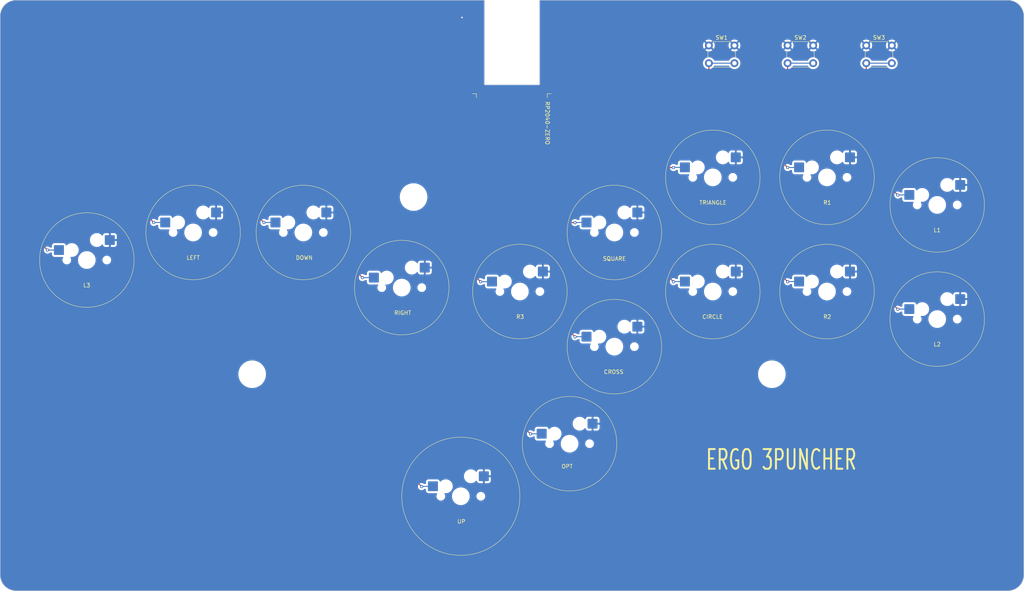
<source format=kicad_pcb>
(kicad_pcb (version 20221018) (generator pcbnew)
  (layers (0 "F.Cu" signal) (31 "B.Cu" signal) (34 "B.Paste" user) (35 "F.Paste" user) (36 "B.SilkS" user "B.Silkscreen") (37 "F.SilkS" user "F.Silkscreen") (38 "B.Mask" user) (39 "F.Mask" user) (44 "Edge.Cuts" user))
  (net 0 "")
  (net 1 "OPT1")
  (net 2 "GND")
  (net 3 "OPT2")
  (net 4 "OPT3")
  (net 5 "SQUARE")
  (net 6 "TRIANGLE")
  (net 7 "R1")
  (net 8 "L1")
  (net 9 "OPT5")
  (net 10 "CROSS")
  (net 11 "CIRCLE")
  (net 12 "R2")
  (net 13 "L2")
  (net 14 "OPT6")
  (net 15 "LEFT")
  (net 16 "DOWN")
  (net 17 "RIGHT")
  (net 18 "UP")
  (net 19 "OPT4")
  (footprint "MX_Hotswap:MX-Hotswap-1U-24mm" (layer "F.Cu") (at 184.5 134.75)
    (fp_text reference "MX16")
    (fp_text value "MX-NoLED")
    (fp_circle (center 0 0) (end 12 0) (stroke (width 0.1)) (fill none) (layer "F.SilkS"))
    (pad "" np_thru_hole circle (at -5.08 0 48.099) (size 1.7018 1.7018) (drill 1.7018) (layers "F&B.Cu" "*.Mask"))
    (pad "" np_thru_hole circle (at -3.81 -2.54) (size 3 3) (drill 3) (layers "F&B.Cu" "*.Mask"))
    (pad "" np_thru_hole circle (at 0 0) (size 3.9878 3.9878) (drill 3.9878) (layers "F&B.Cu" "*.Mask"))
    (pad "" np_thru_hole circle (at 2.54 -5.08) (size 3 3) (drill 3) (layers "F&B.Cu" "*.Mask"))
    (pad "" np_thru_hole circle (at 5.08 0 48.099) (size 1.7018 1.7018) (drill 1.7018) (layers "F&B.Cu" "*.Mask"))
    (pad "1" smd roundrect (at -7.085 -2.54) (size 2.55 2.5) (layers "B.Cu" "B.Paste" "B.Mask") (roundrect_rratio 0.08) (net 17 "RIGHT"))
    (pad "2" smd roundrect (at 5.842 -5.08) (size 2.55 2.5) (layers "B.Cu" "B.Paste" "B.Mask") (roundrect_rratio 0.08) (net 2 "GND"))
  )
  (footprint "MX_Hotswap:MX-Hotswap-1U-24mm" (layer "F.Cu") (at 292.5 135.75)
    (fp_text reference "MX11")
    (fp_text value "MX-NoLED")
    (fp_circle (center 0 0) (end 12 0) (stroke (width 0.1)) (fill none) (layer "F.SilkS"))
    (pad "" np_thru_hole circle (at -5.08 0 48.099) (size 1.7018 1.7018) (drill 1.7018) (layers "F&B.Cu" "*.Mask"))
    (pad "" np_thru_hole circle (at -3.81 -2.54) (size 3 3) (drill 3) (layers "F&B.Cu" "*.Mask"))
    (pad "" np_thru_hole circle (at 0 0) (size 3.9878 3.9878) (drill 3.9878) (layers "F&B.Cu" "*.Mask"))
    (pad "" np_thru_hole circle (at 2.54 -5.08) (size 3 3) (drill 3) (layers "F&B.Cu" "*.Mask"))
    (pad "" np_thru_hole circle (at 5.08 0 48.099) (size 1.7018 1.7018) (drill 1.7018) (layers "F&B.Cu" "*.Mask"))
    (pad "1" smd roundrect (at -7.085 -2.54) (size 2.55 2.5) (layers "B.Cu" "B.Paste" "B.Mask") (roundrect_rratio 0.08) (net 12 "R2"))
    (pad "2" smd roundrect (at 5.842 -5.08) (size 2.55 2.5) (layers "B.Cu" "B.Paste" "B.Mask") (roundrect_rratio 0.08) (net 2 "GND"))
  )
  (footprint "MX_Hotswap:MX-Hotswap-1U-30mm" (layer "F.Cu") (at 199.5 187.75)
    (fp_text reference "MX17")
    (fp_text value "MX-NoLED")
    (fp_circle (center 0 0) (end 15 0) (stroke (width 0.1)) (fill none) (layer "F.SilkS"))
    (pad "" np_thru_hole circle (at -5.08 0 48.099) (size 1.7018 1.7018) (drill 1.7018) (layers "F&B.Cu" "*.Mask"))
    (pad "" np_thru_hole circle (at -3.81 -2.54) (size 3 3) (drill 3) (layers "F&B.Cu" "*.Mask"))
    (pad "" np_thru_hole circle (at 0 0) (size 3.9878 3.9878) (drill 3.9878) (layers "F&B.Cu" "*.Mask"))
    (pad "" np_thru_hole circle (at 2.54 -5.08) (size 3 3) (drill 3) (layers "F&B.Cu" "*.Mask"))
    (pad "" np_thru_hole circle (at 5.08 0 48.099) (size 1.7018 1.7018) (drill 1.7018) (layers "F&B.Cu" "*.Mask"))
    (pad "1" smd roundrect (at -7.085 -2.54) (size 2.55 2.5) (layers "B.Cu" "B.Paste" "B.Mask") (roundrect_rratio 0.08) (net 18 "UP"))
    (pad "2" smd roundrect (at 5.842 -5.08) (size 2.55 2.5) (layers "B.Cu" "B.Paste" "B.Mask") (roundrect_rratio 0.08) (net 2 "GND"))
  )
  (footprint "MX_Hotswap:MX-Hotswap-1U-24mm" (layer "F.Cu") (at 159.5 120.75)
    (fp_text reference "MX15")
    (fp_text value "MX-NoLED")
    (fp_circle (center 0 0) (end 12 0) (stroke (width 0.1)) (fill none) (layer "F.SilkS"))
    (pad "" np_thru_hole circle (at -5.08 0 48.099) (size 1.7018 1.7018) (drill 1.7018) (layers "F&B.Cu" "*.Mask"))
    (pad "" np_thru_hole circle (at -3.81 -2.54) (size 3 3) (drill 3) (layers "F&B.Cu" "*.Mask"))
    (pad "" np_thru_hole circle (at 0 0) (size 3.9878 3.9878) (drill 3.9878) (layers "F&B.Cu" "*.Mask"))
    (pad "" np_thru_hole circle (at 2.54 -5.08) (size 3 3) (drill 3) (layers "F&B.Cu" "*.Mask"))
    (pad "" np_thru_hole circle (at 5.08 0 48.099) (size 1.7018 1.7018) (drill 1.7018) (layers "F&B.Cu" "*.Mask"))
    (pad "1" smd roundrect (at -7.085 -2.54) (size 2.55 2.5) (layers "B.Cu" "B.Paste" "B.Mask") (roundrect_rratio 0.08) (net 16 "DOWN"))
    (pad "2" smd roundrect (at 5.842 -5.08) (size 2.55 2.5) (layers "B.Cu" "B.Paste" "B.Mask") (roundrect_rratio 0.08) (net 2 "GND"))
  )
  (footprint "MountingHole:MountingHole_6.5mm" (layer "F.Cu") (at 278.5 156.75)
    (fp_text reference "H3")
    (fp_text value "MountingHole")
    (pad "" np_thru_hole circle (at 0 0) (size 6.5 6.5) (drill 6.5) (layers "*.Cu" "*.Mask"))
  )
  (footprint "MX_Hotswap:MX-Hotswap-1U-24mm" (layer "F.Cu") (at 320.5 113.75)
    (fp_text reference "MX7")
    (fp_text value "MX-NoLED")
    (fp_circle (center 0 0) (end 12 0) (stroke (width 0.1)) (fill none) (layer "F.SilkS"))
    (pad "" np_thru_hole circle (at -5.08 0 48.099) (size 1.7018 1.7018) (drill 1.7018) (layers "F&B.Cu" "*.Mask"))
    (pad "" np_thru_hole circle (at -3.81 -2.54) (size 3 3) (drill 3) (layers "F&B.Cu" "*.Mask"))
    (pad "" np_thru_hole circle (at 0 0) (size 3.9878 3.9878) (drill 3.9878) (layers "F&B.Cu" "*.Mask"))
    (pad "" np_thru_hole circle (at 2.54 -5.08) (size 3 3) (drill 3) (layers "F&B.Cu" "*.Mask"))
    (pad "" np_thru_hole circle (at 5.08 0 48.099) (size 1.7018 1.7018) (drill 1.7018) (layers "F&B.Cu" "*.Mask"))
    (pad "1" smd roundrect (at -7.085 -2.54) (size 2.55 2.5) (layers "B.Cu" "B.Paste" "B.Mask") (roundrect_rratio 0.08) (net 8 "L1"))
    (pad "2" smd roundrect (at 5.842 -5.08) (size 2.55 2.5) (layers "B.Cu" "B.Paste" "B.Mask") (roundrect_rratio 0.08) (net 2 "GND"))
  )
  (footprint "MX_Hotswap:MX-Hotswap-1U-24mm" (layer "F.Cu") (at 238.5 149.75)
    (fp_text reference "MX9")
    (fp_text value "MX-NoLED")
    (fp_circle (center 0 0) (end 12 0) (stroke (width 0.1)) (fill none) (layer "F.SilkS"))
    (pad "" np_thru_hole circle (at -5.08 0 48.099) (size 1.7018 1.7018) (drill 1.7018) (layers "F&B.Cu" "*.Mask"))
    (pad "" np_thru_hole circle (at -3.81 -2.54) (size 3 3) (drill 3) (layers "F&B.Cu" "*.Mask"))
    (pad "" np_thru_hole circle (at 0 0) (size 3.9878 3.9878) (drill 3.9878) (layers "F&B.Cu" "*.Mask"))
    (pad "" np_thru_hole circle (at 2.54 -5.08) (size 3 3) (drill 3) (layers "F&B.Cu" "*.Mask"))
    (pad "" np_thru_hole circle (at 5.08 0 48.099) (size 1.7018 1.7018) (drill 1.7018) (layers "F&B.Cu" "*.Mask"))
    (pad "1" smd roundrect (at -7.085 -2.54) (size 2.55 2.5) (layers "B.Cu" "B.Paste" "B.Mask") (roundrect_rratio 0.08) (net 10 "CROSS"))
    (pad "2" smd roundrect (at 5.842 -5.08) (size 2.55 2.5) (layers "B.Cu" "B.Paste" "B.Mask") (roundrect_rratio 0.08) (net 2 "GND"))
  )
  (footprint "MX_Hotswap:MX-Hotswap-1U-24mm" (layer "F.Cu") (at 263.5 106.75)
    (fp_text reference "MX5")
    (fp_text value "MX-NoLED")
    (fp_circle (center 0 0) (end 12 0) (stroke (width 0.1)) (fill none) (layer "F.SilkS"))
    (pad "" np_thru_hole circle (at -5.08 0 48.099) (size 1.7018 1.7018) (drill 1.7018) (layers "F&B.Cu" "*.Mask"))
    (pad "" np_thru_hole circle (at -3.81 -2.54) (size 3 3) (drill 3) (layers "F&B.Cu" "*.Mask"))
    (pad "" np_thru_hole circle (at 0 0) (size 3.9878 3.9878) (drill 3.9878) (layers "F&B.Cu" "*.Mask"))
    (pad "" np_thru_hole circle (at 2.54 -5.08) (size 3 3) (drill 3) (layers "F&B.Cu" "*.Mask"))
    (pad "" np_thru_hole circle (at 5.08 0 48.099) (size 1.7018 1.7018) (drill 1.7018) (layers "F&B.Cu" "*.Mask"))
    (pad "1" smd roundrect (at -7.085 -2.54) (size 2.55 2.5) (layers "B.Cu" "B.Paste" "B.Mask") (roundrect_rratio 0.08) (net 6 "TRIANGLE"))
    (pad "2" smd roundrect (at 5.842 -5.08) (size 2.55 2.5) (layers "B.Cu" "B.Paste" "B.Mask") (roundrect_rratio 0.08) (net 2 "GND"))
  )
  (footprint "MountingHole:MountingHole_6.5mm" (layer "F.Cu") (at 187.5 111.75)
    (fp_text reference "H1")
    (fp_text value "MountingHole")
    (pad "" np_thru_hole circle (at 0 0) (size 6.5 6.5) (drill 6.5) (layers "*.Cu" "*.Mask"))
  )
  (footprint "MX_Hotswap:MX-Hotswap-1U-24mm" (layer "F.Cu") (at 104.5 127.75)
    (fp_text reference "MX13")
    (fp_text value "MX-NoLED")
    (fp_circle (center 0 0) (end 12 0) (stroke (width 0.1)) (fill none) (layer "F.SilkS"))
    (pad "" np_thru_hole circle (at -5.08 0 48.099) (size 1.7018 1.7018) (drill 1.7018) (layers "F&B.Cu" "*.Mask"))
    (pad "" np_thru_hole circle (at -3.81 -2.54) (size 3 3) (drill 3) (layers "F&B.Cu" "*.Mask"))
    (pad "" np_thru_hole circle (at 0 0) (size 3.9878 3.9878) (drill 3.9878) (layers "F&B.Cu" "*.Mask"))
    (pad "" np_thru_hole circle (at 2.54 -5.08) (size 3 3) (drill 3) (layers "F&B.Cu" "*.Mask"))
    (pad "" np_thru_hole circle (at 5.08 0 48.099) (size 1.7018 1.7018) (drill 1.7018) (layers "F&B.Cu" "*.Mask"))
    (pad "1" smd roundrect (at -7.085 -2.54) (size 2.55 2.5) (layers "B.Cu" "B.Paste" "B.Mask") (roundrect_rratio 0.08) (net 14 "OPT6"))
    (pad "2" smd roundrect (at 5.842 -5.08) (size 2.55 2.5) (layers "B.Cu" "B.Paste" "B.Mask") (roundrect_rratio 0.08) (net 2 "GND"))
  )
  (footprint "Button_Switch_THT:SW_PUSH_6mm_H13mm" (layer "F.Cu") (at 302.475 73.25)
    (fp_text reference "SW3" (at 3.25 -2) (layer "F.SilkS"))
    (fp_text value "SW_SPST")
    (fp_line (start -0.25 1.5) (end -0.25 3) (stroke (width 0.12)) (layer "F.SilkS"))
    (fp_line (start 1 5.5) (end 5.5 5.5) (stroke (width 0.12)) (layer "F.SilkS"))
    (fp_line (start 5.5 -1) (end 1 -1) (stroke (width 0.12)) (layer "F.SilkS"))
    (fp_line (start 6.75 3) (end 6.75 1.5) (stroke (width 0.12)) (layer "F.SilkS"))
    (pad "1" thru_hole circle (at 0 0 90) (size 2 2) (drill 1.1) (layers "*.Cu" "*.Mask") (net 2 "GND"))
    (pad "1" thru_hole circle (at 6.5 0 90) (size 2 2) (drill 1.1) (layers "*.Cu" "*.Mask") (net 2 "GND"))
    (pad "2" thru_hole circle (at 0 4.5 90) (size 2 2) (drill 1.1) (layers "*.Cu" "*.Mask") (net 4 "OPT3"))
    (pad "2" thru_hole circle (at 6.5 4.5 90) (size 2 2) (drill 1.1) (layers "*.Cu" "*.Mask") (net 4 "OPT3"))
  )
  (footprint "Button_Switch_THT:SW_PUSH_6mm_H13mm" (layer "F.Cu") (at 262.5 73.25)
    (fp_text reference "SW1" (at 3.25 -2) (layer "F.SilkS"))
    (fp_text value "SW_SPST")
    (fp_line (start -0.25 1.5) (end -0.25 3) (stroke (width 0.12)) (layer "F.SilkS"))
    (fp_line (start 1 5.5) (end 5.5 5.5) (stroke (width 0.12)) (layer "F.SilkS"))
    (fp_line (start 5.5 -1) (end 1 -1) (stroke (width 0.12)) (layer "F.SilkS"))
    (fp_line (start 6.75 3) (end 6.75 1.5) (stroke (width 0.12)) (layer "F.SilkS"))
    (pad "1" thru_hole circle (at 0 0 90) (size 2 2) (drill 1.1) (layers "*.Cu" "*.Mask") (net 2 "GND"))
    (pad "1" thru_hole circle (at 6.5 0 90) (size 2 2) (drill 1.1) (layers "*.Cu" "*.Mask") (net 2 "GND"))
    (pad "2" thru_hole circle (at 0 4.5 90) (size 2 2) (drill 1.1) (layers "*.Cu" "*.Mask") (net 1 "OPT1"))
    (pad "2" thru_hole circle (at 6.5 4.5 90) (size 2 2) (drill 1.1) (layers "*.Cu" "*.Mask") (net 1 "OPT1"))
  )
  (footprint "Button_Switch_THT:SW_PUSH_6mm_H13mm" (layer "F.Cu") (at 282.5 73.25)
    (fp_text reference "SW2" (at 3.25 -2) (layer "F.SilkS"))
    (fp_text value "SW_SPST")
    (fp_line (start -0.25 1.5) (end -0.25 3) (stroke (width 0.12)) (layer "F.SilkS"))
    (fp_line (start 1 5.5) (end 5.5 5.5) (stroke (width 0.12)) (layer "F.SilkS"))
    (fp_line (start 5.5 -1) (end 1 -1) (stroke (width 0.12)) (layer "F.SilkS"))
    (fp_line (start 6.75 3) (end 6.75 1.5) (stroke (width 0.12)) (layer "F.SilkS"))
    (pad "1" thru_hole circle (at 0 0 90) (size 2 2) (drill 1.1) (layers "*.Cu" "*.Mask") (net 2 "GND"))
    (pad "1" thru_hole circle (at 6.5 0 90) (size 2 2) (drill 1.1) (layers "*.Cu" "*.Mask") (net 2 "GND"))
    (pad "2" thru_hole circle (at 0 4.5 90) (size 2 2) (drill 1.1) (layers "*.Cu" "*.Mask") (net 3 "OPT2"))
    (pad "2" thru_hole circle (at 6.5 4.5 90) (size 2 2) (drill 1.1) (layers "*.Cu" "*.Mask") (net 3 "OPT2"))
  )
  (footprint "MX_Hotswap:MX-Hotswap-1U-24mm" (layer "F.Cu") (at 238.5 120.75)
    (fp_text reference "MX4")
    (fp_text value "MX-NoLED")
    (fp_circle (center 0 0) (end 12 0) (stroke (width 0.1)) (fill none) (layer "F.SilkS"))
    (pad "" np_thru_hole circle (at -5.08 0 48.099) (size 1.7018 1.7018) (drill 1.7018) (layers "F&B.Cu" "*.Mask"))
    (pad "" np_thru_hole circle (at -3.81 -2.54) (size 3 3) (drill 3) (layers "F&B.Cu" "*.Mask"))
    (pad "" np_thru_hole circle (at 0 0) (size 3.9878 3.9878) (drill 3.9878) (layers "F&B.Cu" "*.Mask"))
    (pad "" np_thru_hole circle (at 2.54 -5.08) (size 3 3) (drill 3) (layers "F&B.Cu" "*.Mask"))
    (pad "" np_thru_hole circle (at 5.08 0 48.099) (size 1.7018 1.7018) (drill 1.7018) (layers "F&B.Cu" "*.Mask"))
    (pad "1" smd roundrect (at -7.085 -2.54) (size 2.55 2.5) (layers "B.Cu" "B.Paste" "B.Mask") (roundrect_rratio 0.08) (net 5 "SQUARE"))
    (pad "2" smd roundrect (at 5.842 -5.08) (size 2.55 2.5) (layers "B.Cu" "B.Paste" "B.Mask") (roundrect_rratio 0.08) (net 2 "GND"))
  )
  (footprint "RP2040-Zero:RP2040-Zero" (layer "F.Cu") (at 212.4186 71.2454)
    (fp_text reference "U1" hide)
    (fp_text value "RP2040-ZERO" (at 9.0694 21.7186 -90 unlocked) (layer "F.SilkS"))
    (fp_line (start -8.9586 14.2646) (end -9.9586 14.2646) (stroke (width 0.12)) (layer "F.SilkS"))
    (fp_line (start -8.9586 14.2646) (end -8.9586 15.2646) (stroke (width 0.12)) (layer "F.SilkS"))
    (fp_line (start 9.0414 14.2646) (end 9.0414 15.2646) (stroke (width 0.12)) (layer "F.SilkS"))
    (fp_line (start 9.0414 14.2646) (end 10.0414 14.2646) (stroke (width 0.12)) (layer "F.SilkS"))
    (pad "1" smd roundrect (at 9.2014 -7.6454 180) (size 3 1.524) (layers "F.Cu" "F.Paste" "F.Mask"))
    (pad "2" smd roundrect (at 9.2014 -5.1054 180) (size 3 1.524) (layers "F.Cu" "F.Paste" "F.Mask"))
    (pad "3" smd roundrect (at 9.2014 -2.5654 180) (size 3 1.524) (layers "F.Cu" "F.Paste" "F.Mask") (net 1 "OPT1"))
    (pad "4" smd roundrect (at 9.2014 -0.0254 180) (size 3 1.524) (layers "F.Cu" "F.Paste" "F.Mask") (net 3 "OPT2"))
    (pad "5" smd roundrect (at 9.2014 2.5146 180) (size 3 1.524) (layers "F.Cu" "F.Paste" "F.Mask") (net 4 "OPT3"))
    (pad "6" smd roundrect (at 9.2014 5.0546 180) (size 3 1.524) (layers "F.Cu" "F.Paste" "F.Mask") (net 8 "L1"))
    (pad "7" smd roundrect (at 9.2014 7.5946 180) (size 3 1.524) (layers "F.Cu" "F.Paste" "F.Mask") (net 13 "L2"))
    (pad "8" smd roundrect (at 9.2014 10.1346 180) (size 3 1.524) (layers "F.Cu" "F.Paste" "F.Mask") (net 7 "R1"))
    (pad "9" smd roundrect (at 9.2014 12.6746 180) (size 3 1.524) (layers "F.Cu" "F.Paste" "F.Mask") (net 12 "R2"))
    (pad "10" smd roundrect (at 5.1214 14.2146 270) (size 3 1.524) (layers "F.Cu" "F.Paste" "F.Mask") (net 6 "TRIANGLE"))
    (pad "11" smd roundrect (at 2.5814 14.2146 270) (size 3 1.524) (layers "F.Cu" "F.Paste" "F.Mask") (net 11 "CIRCLE"))
    (pad "12" smd roundrect (at 0.0414 14.2146 270) (size 3 1.524) (layers "F.Cu" "F.Paste" "F.Mask") (net 5 "SQUARE"))
    (pad "13" smd roundrect (at -2.4986 14.2146 270) (size 3 1.524) (layers "F.Cu" "F.Paste" "F.Mask") (net 10 "CROSS"))
    (pad "14" smd roundrect (at -5.0386 14.2146 90) (size 3 1.524) (layers "F.Cu" "F.Paste" "F.Mask") (net 19 "OPT4"))
    (pad "15" smd roundrect (at -9.1186 12.6746 180) (size 3 1.524) (layers "F.Cu" "F.Paste" "F.Mask") (net 9 "OPT5"))
    (pad "16" smd roundrect (at -9.1186 10.1346 180) (size 3 1.524) (layers "F.Cu" "F.Paste" "F.Mask") (net 18 "UP"))
    (pad "17" smd roundrect (at -9.1186 7.5946 180) (size 3 1.524) (layers "F.Cu" "F.Paste" "F.Mask") (net 17 "RIGHT"))
    (pad "18" smd roundrect (at -9.1186 5.0546 180) (size 3 1.524) (layers "F.Cu" "F.Paste" "F.Mask") (net 16 "DOWN"))
    (pad "19" smd roundrect (at -9.1186 2.5146 180) (size 3 1.524) (layers "F.Cu" "F.Paste" "F.Mask") (net 15 "LEFT"))
    (pad "20" smd roundrect (at -9.1186 -0.0254 180) (size 3 1.524) (layers "F.Cu" "F.Paste" "F.Mask") (net 14 "OPT6"))
    (pad "21" smd roundrect (at -9.1186 -2.5654 180) (size 3 1.524) (layers "F.Cu" "F.Paste" "F.Mask"))
    (pad "22" smd roundrect (at -9.1186 -5.1054 180) (size 3 1.524) (layers "F.Cu" "F.Paste" "F.Mask") (net 2 "GND"))
    (pad "23" smd roundrect (at -9.1186 -7.6454 180) (size 3 1.524) (layers "F.Cu" "F.Paste" "F.Mask"))
  )
  (footprint "MX_Hotswap:MX-Hotswap-1U-24mm" (layer "F.Cu") (at 263.5 135.75)
    (fp_text reference "MX10")
    (fp_text value "MX-NoLED")
    (fp_circle (center 0 0) (end 12 0) (stroke (width 0.1)) (fill none) (layer "F.SilkS"))
    (pad "" np_thru_hole circle (at -5.08 0 48.099) (size 1.7018 1.7018) (drill 1.7018) (layers "F&B.Cu" "*.Mask"))
    (pad "" np_thru_hole circle (at -3.81 -2.54) (size 3 3) (drill 3) (layers "F&B.Cu" "*.Mask"))
    (pad "" np_thru_hole circle (at 0 0) (size 3.9878 3.9878) (drill 3.9878) (layers "F&B.Cu" "*.Mask"))
    (pad "" np_thru_hole circle (at 2.54 -5.08) (size 3 3) (drill 3) (layers "F&B.Cu" "*.Mask"))
    (pad "" np_thru_hole circle (at 5.08 0 48.099) (size 1.7018 1.7018) (drill 1.7018) (layers "F&B.Cu" "*.Mask"))
    (pad "1" smd roundrect (at -7.085 -2.54) (size 2.55 2.5) (layers "B.Cu" "B.Paste" "B.Mask") (roundrect_rratio 0.08) (net 11 "CIRCLE"))
    (pad "2" smd roundrect (at 5.842 -5.08) (size 2.55 2.5) (layers "B.Cu" "B.Paste" "B.Mask") (roundrect_rratio 0.08) (net 2 "GND"))
  )
  (footprint "MX_Hotswap:MX-Hotswap-1U-24mm" (layer "F.Cu") (at 227.12 174.4)
    (fp_text reference "MX8")
    (fp_text value "MX-NoLED")
    (fp_circle (center 0 0) (end 12 0) (stroke (width 0.1)) (fill none) (layer "F.SilkS"))
    (pad "" np_thru_hole circle (at -5.08 0 48.099) (size 1.7018 1.7018) (drill 1.7018) (layers "F&B.Cu" "*.Mask"))
    (pad "" np_thru_hole circle (at -3.81 -2.54) (size 3 3) (drill 3) (layers "F&B.Cu" "*.Mask"))
    (pad "" np_thru_hole circle (at 0 0) (size 3.9878 3.9878) (drill 3.9878) (layers "F&B.Cu" "*.Mask"))
    (pad "" np_thru_hole circle (at 2.54 -5.08) (size 3 3) (drill 3) (layers "F&B.Cu" "*.Mask"))
    (pad "" np_thru_hole circle (at 5.08 0 48.099) (size 1.7018 1.7018) (drill 1.7018) (layers "F&B.Cu" "*.Mask"))
    (pad "1" smd roundrect (at -7.085 -2.54) (size 2.55 2.5) (layers "B.Cu" "B.Paste" "B.Mask") (roundrect_rratio 0.08) (net 9 "OPT5"))
    (pad "2" smd roundrect (at 5.842 -5.08) (size 2.55 2.5) (layers "B.Cu" "B.Paste" "B.Mask") (roundrect_rratio 0.08) (net 2 "GND"))
  )
  (footprint "MX_Hotswap:MX-Hotswap-1U-24mm" (layer "F.Cu") (at 214.5 135.75)
    (fp_text reference "MX18")
    (fp_text value "MX-NoLED")
    (fp_circle (center 0 0) (end 12 0) (stroke (width 0.1)) (fill none) (layer "F.SilkS"))
    (pad "" np_thru_hole circle (at -5.08 0 48.099) (size 1.7018 1.7018) (drill 1.7018) (layers "F&B.Cu" "*.Mask"))
    (pad "" np_thru_hole circle (at -3.81 -2.54) (size 3 3) (drill 3) (layers "F&B.Cu" "*.Mask"))
    (pad "" np_thru_hole circle (at 0 0) (size 3.9878 3.9878) (drill 3.9878) (layers "F&B.Cu" "*.Mask"))
    (pad "" np_thru_hole circle (at 2.54 -5.08) (size 3 3) (drill 3) (layers "F&B.Cu" "*.Mask"))
    (pad "" np_thru_hole circle (at 5.08 0 48.099) (size 1.7018 1.7018) (drill 1.7018) (layers "F&B.Cu" "*.Mask"))
    (pad "1" smd roundrect (at -7.085 -2.54) (size 2.55 2.5) (layers "B.Cu" "B.Paste" "B.Mask") (roundrect_rratio 0.08) (net 19 "OPT4"))
    (pad "2" smd roundrect (at 5.842 -5.08) (size 2.55 2.5) (layers "B.Cu" "B.Paste" "B.Mask") (roundrect_rratio 0.08) (net 2 "GND"))
  )
  (footprint "MX_Hotswap:MX-Hotswap-1U-24mm" (layer "F.Cu") (at 292.5 106.75)
    (fp_text reference "MX6")
    (fp_text value "MX-NoLED")
    (fp_circle (center 0 0) (end 12 0) (stroke (width 0.1)) (fill none) (layer "F.SilkS"))
    (pad "" np_thru_hole circle (at -5.08 0 48.099) (size 1.7018 1.7018) (drill 1.7018) (layers "F&B.Cu" "*.Mask"))
    (pad "" np_thru_hole circle (at -3.81 -2.54) (size 3 3) (drill 3) (layers "F&B.Cu" "*.Mask"))
    (pad "" np_thru_hole circle (at 0 0) (size 3.9878 3.9878) (drill 3.9878) (layers "F&B.Cu" "*.Mask"))
    (pad "" np_thru_hole circle (at 2.54 -5.08) (size 3 3) (drill 3) (layers "F&B.Cu" "*.Mask"))
    (pad "" np_thru_hole circle (at 5.08 0 48.099) (size 1.7018 1.7018) (drill 1.7018) (layers "F&B.Cu" "*.Mask"))
    (pad "1" smd roundrect (at -7.085 -2.54) (size 2.55 2.5) (layers "B.Cu" "B.Paste" "B.Mask") (roundrect_rratio 0.08) (net 7 "R1"))
    (pad "2" smd roundrect (at 5.842 -5.08) (size 2.55 2.5) (layers "B.Cu" "B.Paste" "B.Mask") (roundrect_rratio 0.08) (net 2 "GND"))
  )
  (footprint "MX_Hotswap:MX-Hotswap-1U-24mm" (layer "F.Cu") (at 320.5 142.75)
    (fp_text reference "MX12")
    (fp_text value "MX-NoLED")
    (fp_circle (center 0 0) (end 12 0) (stroke (width 0.1)) (fill none) (layer "F.SilkS"))
    (pad "" np_thru_hole circle (at -5.08 0 48.099) (size 1.7018 1.7018) (drill 1.7018) (layers "F&B.Cu" "*.Mask"))
    (pad "" np_thru_hole circle (at -3.81 -2.54) (size 3 3) (drill 3) (layers "F&B.Cu" "*.Mask"))
    (pad "" np_thru_hole circle (at 0 0) (size 3.9878 3.9878) (drill 3.9878) (layers "F&B.Cu" "*.Mask"))
    (pad "" np_thru_hole circle (at 2.54 -5.08) (size 3 3) (drill 3) (layers "F&B.Cu" "*.Mask"))
    (pad "" np_thru_hole circle (at 5.08 0 48.099) (size 1.7018 1.7018) (drill 1.7018) (layers "F&B.Cu" "*.Mask"))
    (pad "1" smd roundrect (at -7.085 -2.54) (size 2.55 2.5) (layers "B.Cu" "B.Paste" "B.Mask") (roundrect_rratio 0.08) (net 13 "L2"))
    (pad "2" smd roundrect (at 5.842 -5.08) (size 2.55 2.5) (layers "B.Cu" "B.Paste" "B.Mask") (roundrect_rratio 0.08) (net 2 "GND"))
  )
  (footprint "MountingHole:MountingHole_6.5mm" (layer "F.Cu") (at 146.5 156.75)
    (fp_text reference "H2")
    (fp_text value "MountingHole")
    (pad "" np_thru_hole circle (at 0 0) (size 6.5 6.5) (drill 6.5) (layers "*.Cu" "*.Mask"))
  )
  (footprint "MX_Hotswap:MX-Hotswap-1U-24mm" (layer "F.Cu") (at 131.5 120.75)
    (fp_text reference "MX14")
    (fp_text value "MX-NoLED")
    (fp_circle (center 0 0) (end 12 0) (stroke (width 0.1)) (fill none) (layer "F.SilkS"))
    (pad "" np_thru_hole circle (at -5.08 0 48.099) (size 1.7018 1.7018) (drill 1.7018) (layers "F&B.Cu" "*.Mask"))
    (pad "" np_thru_hole circle (at -3.81 -2.54) (size 3 3) (drill 3) (layers "F&B.Cu" "*.Mask"))
    (pad "" np_thru_hole circle (at 0 0) (size 3.9878 3.9878) (drill 3.9878) (layers "F&B.Cu" "*.Mask"))
    (pad "" np_thru_hole circle (at 2.54 -5.08) (size 3 3) (drill 3) (layers "F&B.Cu" "*.Mask"))
    (pad "" np_thru_hole circle (at 5.08 0 48.099) (size 1.7018 1.7018) (drill 1.7018) (layers "F&B.Cu" "*.Mask"))
    (pad "1" smd roundrect (at -7.085 -2.54) (size 2.55 2.5) (layers "B.Cu" "B.Paste" "B.Mask") (roundrect_rratio 0.08) (net 15 "LEFT"))
    (pad "2" smd roundrect (at 5.842 -5.08) (size 2.55 2.5) (layers "B.Cu" "B.Paste" "B.Mask") (roundrect_rratio 0.08) (net 2 "GND"))
  )
  (gr_line (start 205.5 83.25) (end 219.5 83.25) (stroke (width 0.1)) (layer "Edge.Cuts"))
  (gr_arc (start 338.5 61.75) (mid 341.328427 62.921573) (end 342.5 65.75) (stroke (width 0.1)) (layer "Edge.Cuts"))
  (gr_line (start 205.5 61.75) (end 205.5 83.25) (stroke (width 0.1)) (layer "Edge.Cuts"))
  (gr_arc (start 82.5 65.75) (mid 83.671573 62.921573) (end 86.5 61.75) (stroke (width 0.1)) (layer "Edge.Cuts"))
  (gr_arc (start 86.5 211.75) (mid 83.671573 210.578427) (end 82.5 207.75) (stroke (width 0.1)) (layer "Edge.Cuts"))
  (gr_line (start 82.5 207.75) (end 82.5 65.75) (stroke (width 0.1)) (layer "Edge.Cuts"))
  (gr_line (start 342.5 207.75) (end 342.5 65.75) (stroke (width 0.1)) (layer "Edge.Cuts"))
  (gr_line (start 338.5 211.75) (end 86.5 211.75) (stroke (width 0.1)) (layer "Edge.Cuts"))
  (gr_line (start 86.5 61.75) (end 205.5 61.75) (stroke (width 0.1)) (layer "Edge.Cuts"))
  (gr_line (start 219.5 83.25) (end 219.5 61.75) (stroke (width 0.1)) (layer "Edge.Cuts"))
  (gr_line (start 219.5 61.75) (end 338.5 61.75) (stroke (width 0.1)) (layer "Edge.Cuts"))
  (gr_arc (start 342.5 207.75) (mid 341.328427 210.578427) (end 338.5 211.75) (stroke (width 0.1)) (layer "Edge.Cuts"))
  (gr_text "SQUARE" (at 235.5 128) (layer "F.SilkS") (effects (font (size 1 1)) (justify left bottom)))
  (gr_text "OPT" (at 225 180.75) (layer "F.SilkS") (effects (font (size 1 1)) (justify left bottom)))
  (gr_text "L3" (at 103.5 134.75) (layer "F.SilkS") (effects (font (size 1 1)) (justify left bottom)))
  (gr_text "L2" (at 319.5 149.75) (layer "F.SilkS") (effects (font (size 1 1)) (justify left bottom)))
  (gr_text "LEFT" (at 129.75 127.75) (layer "F.SilkS") (effects (font (size 1 1)) (justify left bottom)))
  (gr_text "CIRCLE" (at 260.75 142.75) (layer "F.SilkS") (effects (font (size 1 1)) (justify left bottom)))
  (gr_text "RIGHT" (at 182.5 141.75) (layer "F.SilkS") (effects (font (size 1 1)) (justify left bottom)))
  (gr_text "ERGO 3PUNCHER" (at 261.5 181.4) (layer "F.SilkS") (effects (font (size 5 3) (thickness 0.5) bold) (justify left bottom)))
  (gr_text "L1" (at 319.5 120.75) (layer "F.SilkS") (effects (font (size 1 1)) (justify left bottom)))
  (gr_text "UP" (at 198.5 194.75) (layer "F.SilkS") (effects (font (size 1 1)) (justify left bottom)))
  (gr_text "TRIANGLE" (at 260 113.75) (layer "F.SilkS") (effects (font (size 1 1)) (justify left bottom)))
  (gr_text "R2" (at 291.5 142.75) (layer "F.SilkS") (effects (font (size 1 1)) (justify left bottom)))
  (gr_text "DOWN" (at 157.5 127.75) (layer "F.SilkS") (effects (font (size 1 1)) (justify left bottom)))
  (gr_text "CROSS" (at 235.75 156.75) (layer "F.SilkS") (effects (font (size 1 1)) (justify left bottom)))
  (gr_text "R3" (at 213.5 142.75) (layer "F.SilkS") (effects (font (size 1 1)) (justify left bottom)))
  (gr_text "R1" (at 291.5 113.75) (layer "F.SilkS") (effects (font (size 1 1)) (justify left bottom)))
  (segment (start 222.42 68.67) (end 238.75 85) (width 0.254) (layer "F.Cu") (net 1))
  (segment (start 258.5 85) (end 262.5 81) (width 0.254) (layer "F.Cu") (net 1))
  (segment (start 262.5 81) (end 262.5 77.75) (width 0.254) (layer "F.Cu") (net 1))
  (segment (start 221.66 68.67) (end 222.42 68.67) (width 0.254) (layer "F.Cu") (net 1))
  (segment (start 238.75 85) (end 258.5 85) (width 0.254) (layer "F.Cu") (net 1))
  (segment (start 262.5 77.75) (end 269 77.75) (width 0.254) (layer "B.Cu") (net 1))
  (segment (start 199.798 66.14) (end 203.3 66.14) (width 0.381) (layer "F.Cu") (net 2))
  (via (at 199.798 66.14) (size 0.8) (drill 0.4) (layers "F.Cu" "B.Cu") (net 2))
  (segment (start 137.342 115.67) (end 137.342 115.658) (width 0.25) (layer "B.Cu") (net 2))
  (segment (start 237.75 86.5) (end 277 86.5) (width 0.254) (layer "F.Cu") (net 3))
  (segment (start 277 86.5) (end 282.5 81) (width 0.254) (layer "F.Cu") (net 3))
  (segment (start 221.66 71.21) (end 222.46 71.21) (width 0.254) (layer "F.Cu") (net 3))
  (segment (start 222.46 71.21) (end 237.75 86.5) (width 0.254) (layer "F.Cu") (net 3))
  (segment (start 282.5 81) (end 282.5 77.75) (width 0.254) (layer "F.Cu") (net 3))
  (segment (start 282.5 77.75) (end 289 77.75) (width 0.254) (layer "B.Cu") (net 3))
  (segment (start 221.66 73.75) (end 222.5 73.75) (width 0.254) (layer "F.Cu") (net 4))
  (segment (start 236.75 88) (end 295.5 88) (width 0.254) (layer "F.Cu") (net 4))
  (segment (start 295.5 88) (end 302.475 81.025) (width 0.254) (layer "F.Cu") (net 4))
  (segment (start 302.475 81.025) (end 302.475 77.75) (width 0.254) (layer "F.Cu") (net 4))
  (segment (start 222.5 73.75) (end 236.75 88) (width 0.254) (layer "F.Cu") (net 4))
  (segment (start 302.475 77.75) (end 308.975 77.75) (width 0.254) (layer "B.Cu") (net 4))
  (segment (start 221.5 118.25) (end 212.5 109.25) (width 0.254) (layer "F.Cu") (net 5))
  (segment (start 212.5 109.25) (end 212.5 85.45) (width 0.254) (layer "F.Cu") (net 5))
  (segment (start 228.5 118.25) (end 221.5 118.25) (width 0.254) (layer "F.Cu") (net 5))
  (via (at 228.5 118.25) (size 0.8) (drill 0.4) (layers "F.Cu" "B.Cu") (net 5))
  (segment (start 228.54 118.21) (end 228.5 118.25) (width 0.25) (layer "B.Cu") (net 5))
  (segment (start 231.415 118.21) (end 228.54 118.21) (width 0.25) (layer "B.Cu") (net 5))
  (segment (start 222.5 104.25) (end 217.55 99.3) (width 0.254) (layer "F.Cu") (net 6))
  (segment (start 217.55 99.3) (end 217.55 85.48) (width 0.254) (layer "F.Cu") (net 6))
  (segment (start 253.5 104.25) (end 222.5 104.25) (width 0.254) (layer "F.Cu") (net 6))
  (via (at 253.5 104.25) (size 0.8) (drill 0.4) (layers "F.Cu" "B.Cu") (net 6))
  (segment (start 256.415 104.21) (end 253.54 104.21) (width 0.25) (layer "B.Cu") (net 6))
  (segment (start 253.54 104.21) (end 253.5 104.25) (width 0.25) (layer "B.Cu") (net 6))
  (segment (start 233.75 92.5) (end 222.62 81.37) (width 0.254) (layer "F.Cu") (net 7))
  (segment (start 270.75 92.5) (end 233.75 92.5) (width 0.254) (layer "F.Cu") (net 7))
  (segment (start 222.62 81.37) (end 221.66 81.37) (width 0.254) (layer "F.Cu") (net 7))
  (segment (start 282.5 104.25) (end 270.75 92.5) (width 0.254) (layer "F.Cu") (net 7))
  (via (at 282.5 104.25) (size 0.8) (drill 0.4) (layers "F.Cu" "B.Cu") (net 7))
  (segment (start 285.375 104.25) (end 282.5 104.25) (width 0.25) (layer "B.Cu") (net 7))
  (segment (start 285.415 104.21) (end 285.375 104.25) (width 0.25) (layer "B.Cu") (net 7))
  (segment (start 235.75 89.5) (end 222.54 76.29) (width 0.254) (layer "F.Cu") (net 8))
  (segment (start 300 89.5) (end 235.75 89.5) (width 0.254) (layer "F.Cu") (net 8))
  (segment (start 310.5 111.25) (end 305.5 106.25) (width 0.254) (layer "F.Cu") (net 8))
  (segment (start 222.54 76.29) (end 221.66 76.29) (width 0.254) (layer "F.Cu") (net 8))
  (segment (start 305.5 106.25) (end 305.5 95) (width 0.254) (layer "F.Cu") (net 8))
  (segment (start 221.66 76.29) (end 222.415 76.29) (width 0.254) (layer "F.Cu") (net 8))
  (segment (start 305.5 95) (end 300 89.5) (width 0.254) (layer "F.Cu") (net 8))
  (via (at 310.5 111.25) (size 0.8) (drill 0.4) (layers "F.Cu" "B.Cu") (net 8))
  (segment (start 313.415 111.21) (end 310.54 111.21) (width 0.25) (layer "B.Cu") (net 8))
  (segment (start 310.54 111.21) (end 310.5 111.25) (width 0.25) (layer "B.Cu") (net 8))
  (segment (start 200.5 86.15) (end 202.74 83.91) (width 0.254) (layer "F.Cu") (net 9))
  (segment (start 217.15 171.9) (end 200.5 155.25) (width 0.254) (layer "F.Cu") (net 9))
  (segment (start 202.74 83.91) (end 203.34 83.91) (width 0.254) (layer "F.Cu") (net 9))
  (segment (start 217.2 171.9) (end 217.15 171.9) (width 0.254) (layer "F.Cu") (net 9))
  (segment (start 200.5 155.25) (end 200.5 86.15) (width 0.254) (layer "F.Cu") (net 9))
  (via (at 217.2 171.9) (size 0.8) (drill 0.4) (layers "F.Cu" "B.Cu") (net 9))
  (segment (start 217.2 171.9) (end 219.995 171.9) (width 0.25) (layer "B.Cu") (net 9))
  (segment (start 225.75 127.5) (end 209.96 111.71) (width 0.254) (layer "F.Cu") (net 10))
  (segment (start 209.96 111.71) (end 209.96 85.45) (width 0.254) (layer "F.Cu") (net 10))
  (segment (start 225.75 144.5) (end 225.75 127.5) (width 0.254) (layer "F.Cu") (net 10))
  (segment (start 228.5 147.25) (end 225.75 144.5) (width 0.254) (layer "F.Cu") (net 10))
  (via (at 228.5 147.25) (size 0.8) (drill 0.4) (layers "F.Cu" "B.Cu") (net 10))
  (segment (start 231.415 147.21) (end 228.54 147.21) (width 0.254) (layer "B.Cu") (net 10))
  (segment (start 228.54 147.21) (end 228.5 147.25) (width 0.254) (layer "B.Cu") (net 10))
  (segment (start 250.75 111) (end 246.5 106.75) (width 0.254) (layer "F.Cu") (net 11))
  (segment (start 246.5 106.75) (end 220 106.75) (width 0.254) (layer "F.Cu") (net 11))
  (segment (start 220 106.75) (end 215.04 101.79) (width 0.254) (layer "F.Cu") (net 11))
  (segment (start 250.75 130.5) (end 250.75 111) (width 0.254) (layer "F.Cu") (net 11))
  (segment (start 253.5 133.25) (end 250.75 130.5) (width 0.254) (layer "F.Cu") (net 11))
  (segment (start 215.04 101.79) (end 215.04 85.45) (width 0.254) (layer "F.Cu") (net 11))
  (via (at 253.5 133.25) (size 0.8) (drill 0.4) (layers "F.Cu" "B.Cu") (net 11))
  (segment (start 253.54 133.21) (end 253.5 133.25) (width 0.25) (layer "B.Cu") (net 11))
  (segment (start 256.415 133.21) (end 253.54 133.21) (width 0.25) (layer "B.Cu") (net 11))
  (segment (start 222.75 84) (end 221.75 84) (width 0.254) (layer "F.Cu") (net 12))
  (segment (start 221.75 84) (end 221.66 83.91) (width 0.254) (layer "F.Cu") (net 12))
  (segment (start 279.5 104.25) (end 269.25 94) (width 0.254) (layer "F.Cu") (net 12))
  (segment (start 279.5 130.25) (end 279.5 104.25) (width 0.254) (layer "F.Cu") (net 12))
  (segment (start 269.25 94) (end 232.75 94) (width 0.254) (layer "F.Cu") (net 12))
  (segment (start 282.5 133.25) (end 279.5 130.25) (width 0.254) (layer "F.Cu") (net 12))
  (segment (start 232.75 94) (end 222.75 84) (width 0.254) (layer "F.Cu") (net 12))
  (via (at 282.5 133.25) (size 0.8) (drill 0.4) (layers "F.Cu" "B.Cu") (net 12))
  (segment (start 285.415 133.21) (end 282.54 133.21) (width 0.25) (layer "B.Cu") (net 12))
  (segment (start 282.54 133.21) (end 282.5 133.25) (width 0.25) (layer "B.Cu") (net 12))
  (segment (start 310.5 140.25) (end 302.5 132.25) (width 0.254) (layer "F.Cu") (net 13))
  (segment (start 222.58 78.83) (end 221.66 78.83) (width 0.254) (layer "F.Cu") (net 13))
  (segment (start 302.5 95) (end 298.5 91) (width 0.254) (layer "F.Cu") (net 13))
  (segment (start 302.5 132.25) (end 302.5 95) (width 0.254) (layer "F.Cu") (net 13))
  (segment (start 298.5 91) (end 234.75 91) (width 0.254) (layer "F.Cu") (net 13))
  (segment (start 234.75 91) (end 222.58 78.83) (width 0.254) (layer "F.Cu") (net 13))
  (via (at 310.5 140.25) (size 0.8) (drill 0.4) (layers "F.Cu" "B.Cu") (net 13))
  (segment (start 313.415 140.21) (end 310.54 140.21) (width 0.25) (layer "B.Cu") (net 13))
  (segment (start 310.54 140.21) (end 310.5 140.25) (width 0.25) (layer "B.Cu") (net 13))
  (segment (start 101.5 103) (end 170.8 103) (width 0.254) (layer "F.Cu") (net 14))
  (segment (start 170.8 103) (end 202.59 71.21) (width 0.254) (layer "F.Cu") (net 14))
  (segment (start 202.59 71.21) (end 203.34 71.21) (width 0.254) (layer "F.Cu") (net 14))
  (segment (start 92.5 123.21) (end 92.5 112) (width 0.254) (layer "F.Cu") (net 14))
  (segment (start 92.5 112) (end 101.5 103) (width 0.254) (layer "F.Cu") (net 14))
  (segment (start 94.5 125.21) (end 92.5 123.21) (width 0.254) (layer "F.Cu") (net 14))
  (via (at 94.5 125.21) (size 0.8) (drill 0.4) (layers "F.Cu" "B.Cu") (net 14))
  (segment (start 94.5 125.21) (end 97.415 125.21) (width 0.254) (layer "B.Cu") (net 14))
  (segment (start 125.5 104.25) (end 172 104.25) (width 0.254) (layer "F.Cu") (net 15))
  (segment (start 172 104.25) (end 202.5 73.75) (width 0.254) (layer "F.Cu") (net 15))
  (segment (start 119.75 116.46) (end 119.75 110) (width 0.254) (layer "F.Cu") (net 15))
  (segment (start 202.5 73.75) (end 203.34 73.75) (width 0.254) (layer "F.Cu") (net 15))
  (segment (start 119.75 110) (end 125.5 104.25) (width 0.254) (layer "F.Cu") (net 15))
  (segment (start 121.5 118.21) (end 119.75 116.46) (width 0.254) (layer "F.Cu") (net 15))
  (via (at 121.5 118.21) (size 0.8) (drill 0.4) (layers "F.Cu" "B.Cu") (net 15))
  (segment (start 121.5 118.21) (end 124.415 118.21) (width 0.25) (layer "B.Cu") (net 15))
  (segment (start 147.75 110) (end 152.25 105.5) (width 0.254) (layer "F.Cu") (net 16))
  (segment (start 149.5 118.21) (end 147.75 116.46) (width 0.254) (layer "F.Cu") (net 16))
  (segment (start 173.35 105.5) (end 202.56 76.29) (width 0.254) (layer "F.Cu") (net 16))
  (segment (start 152.25 105.5) (end 173.35 105.5) (width 0.254) (layer "F.Cu") (net 16))
  (segment (start 202.56 76.29) (end 203.34 76.29) (width 0.254) (layer "F.Cu") (net 16))
  (segment (start 147.75 116.46) (end 147.75 110) (width 0.254) (layer "F.Cu") (net 16))
  (via (at 149.5 118.21) (size 0.8) (drill 0.4) (layers "F.Cu" "B.Cu") (net 16))
  (segment (start 149.5 118.21) (end 152.415 118.21) (width 0.25) (layer "B.Cu") (net 16))
  (segment (start 202.42 78.83) (end 203.34 78.83) (width 0.254) (layer "F.Cu") (net 17))
  (segment (start 172.5 130.21) (end 172.5 108.75) (width 0.254) (layer "F.Cu") (net 17))
  (segment (start 172.5 108.75) (end 202.42 78.83) (width 0.254) (layer "F.Cu") (net 17))
  (segment (start 174.5 132.21) (end 172.5 130.21) (width 0.254) (layer "F.Cu") (net 17))
  (via (at 174.5 132.21) (size 0.8) (drill 0.4) (layers "F.Cu" "B.Cu") (net 17))
  (segment (start 174.5 132.21) (end 177.415 132.21) (width 0.25) (layer "B.Cu") (net 17))
  (segment (start 198.5 155.25) (end 187 166.75) (width 0.254) (layer "F.Cu") (net 18))
  (segment (start 203.34 81.37) (end 202.48 81.37) (width 0.254) (layer "F.Cu") (net 18))
  (segment (start 198.5 85.35) (end 198.5 155.25) (width 0.254) (layer "F.Cu") (net 18))
  (segment (start 187 166.75) (end 187 182.7675) (width 0.254) (layer "F.Cu") (net 18))
  (segment (start 202.48 81.37) (end 198.5 85.35) (width 0.254) (layer "F.Cu") (net 18))
  (segment (start 187 182.7675) (end 189.5225 185.29) (width 0.254) (layer "F.Cu") (net 18))
  (via (at 189.5225 185.29) (size 0.8) (drill 0.4) (layers "F.Cu" "B.Cu") (net 18))
  (segment (start 192.4375 185.25) (end 189.5625 185.25) (width 0.25) (layer "B.Cu") (net 18))
  (segment (start 189.5625 185.25) (end 189.5225 185.29) (width 0.25) (layer "B.Cu") (net 18))
  (segment (start 207.42 114.33) (end 207.42 85.45) (width 0.254) (layer "F.Cu") (net 19))
  (segment (start 202.5 131.25) (end 202.5 119.25) (width 0.254) (layer "F.Cu") (net 19))
  (segment (start 204.5 133.25) (end 202.5 131.25) (width 0.254) (layer "F.Cu") (net 19))
  (segment (start 202.5 119.25) (end 207.42 114.33) (width 0.254) (layer "F.Cu") (net 19))
  (via (at 204.5 133.25) (size 0.8) (drill 0.4) (layers "F.Cu" "B.Cu") (net 19))
  (segment (start 207.375 133.25) (end 204.5 133.25) (width 0.25) (layer "B.Cu") (net 19))
  (segment (start 207.415 133.21) (end 207.375 133.25) (width 0.25) (layer "B.Cu") (net 19))
  (zone (net 2) (net_name "GND") (layer "B.Cu") (connect_pads (clearance 0.5)) (min_thickness 0.25) (fill yes (thermal_gap 0.5) (thermal_bridge_width 0.5))
    (polygon (pts (xy 82.5 61.75) (xy 342.5 61.75) (xy 342.5 211.75) (xy 82.5 211.75)))
  )
)
</source>
